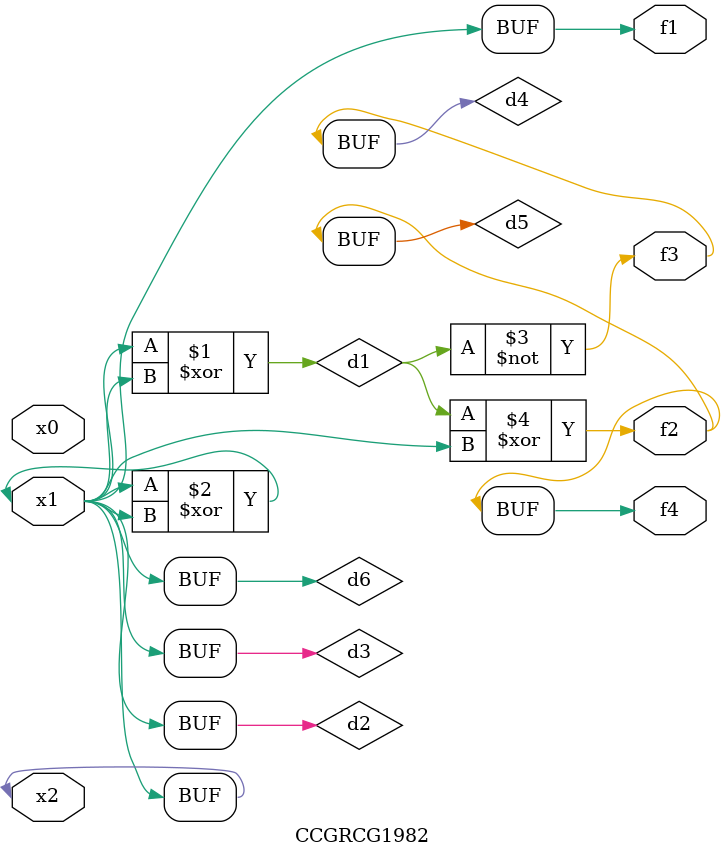
<source format=v>
module CCGRCG1982(
	input x0, x1, x2,
	output f1, f2, f3, f4
);

	wire d1, d2, d3, d4, d5, d6;

	xor (d1, x1, x2);
	buf (d2, x1, x2);
	xor (d3, x1, x2);
	nor (d4, d1);
	xor (d5, d1, d2);
	buf (d6, d2, d3);
	assign f1 = d6;
	assign f2 = d5;
	assign f3 = d4;
	assign f4 = d5;
endmodule

</source>
